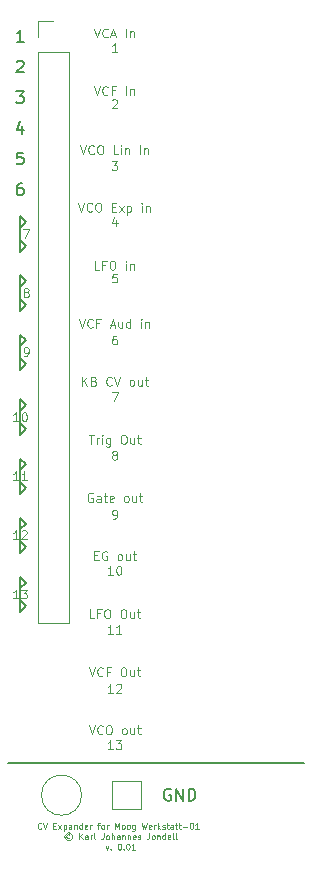
<source format=gbr>
%TF.GenerationSoftware,KiCad,Pcbnew,(5.1.6-0-10_14)*%
%TF.CreationDate,2020-08-23T22:04:21+02:00*%
%TF.ProjectId,cv_expander,63765f65-7870-4616-9e64-65722e6b6963,rev?*%
%TF.SameCoordinates,Original*%
%TF.FileFunction,Legend,Top*%
%TF.FilePolarity,Positive*%
%FSLAX46Y46*%
G04 Gerber Fmt 4.6, Leading zero omitted, Abs format (unit mm)*
G04 Created by KiCad (PCBNEW (5.1.6-0-10_14)) date 2020-08-23 22:04:21*
%MOMM*%
%LPD*%
G01*
G04 APERTURE LIST*
%ADD10C,0.150000*%
%ADD11C,0.125000*%
%ADD12C,0.120000*%
G04 APERTURE END LIST*
D10*
X132000000Y-144250000D02*
X157000000Y-144250000D01*
D11*
X140857142Y-143089285D02*
X140428571Y-143089285D01*
X140642857Y-143089285D02*
X140642857Y-142339285D01*
X140571428Y-142446428D01*
X140500000Y-142517857D01*
X140428571Y-142553571D01*
X141107142Y-142339285D02*
X141571428Y-142339285D01*
X141321428Y-142625000D01*
X141428571Y-142625000D01*
X141500000Y-142660714D01*
X141535714Y-142696428D01*
X141571428Y-142767857D01*
X141571428Y-142946428D01*
X141535714Y-143017857D01*
X141500000Y-143053571D01*
X141428571Y-143089285D01*
X141214285Y-143089285D01*
X141142857Y-143053571D01*
X141107142Y-143017857D01*
X140857142Y-138339285D02*
X140428571Y-138339285D01*
X140642857Y-138339285D02*
X140642857Y-137589285D01*
X140571428Y-137696428D01*
X140500000Y-137767857D01*
X140428571Y-137803571D01*
X141142857Y-137660714D02*
X141178571Y-137625000D01*
X141250000Y-137589285D01*
X141428571Y-137589285D01*
X141500000Y-137625000D01*
X141535714Y-137660714D01*
X141571428Y-137732142D01*
X141571428Y-137803571D01*
X141535714Y-137910714D01*
X141107142Y-138339285D01*
X141571428Y-138339285D01*
X140857142Y-133339285D02*
X140428571Y-133339285D01*
X140642857Y-133339285D02*
X140642857Y-132589285D01*
X140571428Y-132696428D01*
X140500000Y-132767857D01*
X140428571Y-132803571D01*
X141571428Y-133339285D02*
X141142857Y-133339285D01*
X141357142Y-133339285D02*
X141357142Y-132589285D01*
X141285714Y-132696428D01*
X141214285Y-132767857D01*
X141142857Y-132803571D01*
X140857142Y-128339285D02*
X140428571Y-128339285D01*
X140642857Y-128339285D02*
X140642857Y-127589285D01*
X140571428Y-127696428D01*
X140500000Y-127767857D01*
X140428571Y-127803571D01*
X141321428Y-127589285D02*
X141392857Y-127589285D01*
X141464285Y-127625000D01*
X141500000Y-127660714D01*
X141535714Y-127732142D01*
X141571428Y-127875000D01*
X141571428Y-128053571D01*
X141535714Y-128196428D01*
X141500000Y-128267857D01*
X141464285Y-128303571D01*
X141392857Y-128339285D01*
X141321428Y-128339285D01*
X141250000Y-128303571D01*
X141214285Y-128267857D01*
X141178571Y-128196428D01*
X141142857Y-128053571D01*
X141142857Y-127875000D01*
X141178571Y-127732142D01*
X141214285Y-127660714D01*
X141250000Y-127625000D01*
X141321428Y-127589285D01*
X140857142Y-123589285D02*
X141000000Y-123589285D01*
X141071428Y-123553571D01*
X141107142Y-123517857D01*
X141178571Y-123410714D01*
X141214285Y-123267857D01*
X141214285Y-122982142D01*
X141178571Y-122910714D01*
X141142857Y-122875000D01*
X141071428Y-122839285D01*
X140928571Y-122839285D01*
X140857142Y-122875000D01*
X140821428Y-122910714D01*
X140785714Y-122982142D01*
X140785714Y-123160714D01*
X140821428Y-123232142D01*
X140857142Y-123267857D01*
X140928571Y-123303571D01*
X141071428Y-123303571D01*
X141142857Y-123267857D01*
X141178571Y-123232142D01*
X141214285Y-123160714D01*
X140928571Y-118160714D02*
X140857142Y-118125000D01*
X140821428Y-118089285D01*
X140785714Y-118017857D01*
X140785714Y-117982142D01*
X140821428Y-117910714D01*
X140857142Y-117875000D01*
X140928571Y-117839285D01*
X141071428Y-117839285D01*
X141142857Y-117875000D01*
X141178571Y-117910714D01*
X141214285Y-117982142D01*
X141214285Y-118017857D01*
X141178571Y-118089285D01*
X141142857Y-118125000D01*
X141071428Y-118160714D01*
X140928571Y-118160714D01*
X140857142Y-118196428D01*
X140821428Y-118232142D01*
X140785714Y-118303571D01*
X140785714Y-118446428D01*
X140821428Y-118517857D01*
X140857142Y-118553571D01*
X140928571Y-118589285D01*
X141071428Y-118589285D01*
X141142857Y-118553571D01*
X141178571Y-118517857D01*
X141214285Y-118446428D01*
X141214285Y-118303571D01*
X141178571Y-118232142D01*
X141142857Y-118196428D01*
X141071428Y-118160714D01*
X140750000Y-112839285D02*
X141250000Y-112839285D01*
X140928571Y-113589285D01*
X141142857Y-108089285D02*
X141000000Y-108089285D01*
X140928571Y-108125000D01*
X140892857Y-108160714D01*
X140821428Y-108267857D01*
X140785714Y-108410714D01*
X140785714Y-108696428D01*
X140821428Y-108767857D01*
X140857142Y-108803571D01*
X140928571Y-108839285D01*
X141071428Y-108839285D01*
X141142857Y-108803571D01*
X141178571Y-108767857D01*
X141214285Y-108696428D01*
X141214285Y-108517857D01*
X141178571Y-108446428D01*
X141142857Y-108410714D01*
X141071428Y-108375000D01*
X140928571Y-108375000D01*
X140857142Y-108410714D01*
X140821428Y-108446428D01*
X140785714Y-108517857D01*
X141178571Y-102839285D02*
X140821428Y-102839285D01*
X140785714Y-103196428D01*
X140821428Y-103160714D01*
X140892857Y-103125000D01*
X141071428Y-103125000D01*
X141142857Y-103160714D01*
X141178571Y-103196428D01*
X141214285Y-103267857D01*
X141214285Y-103446428D01*
X141178571Y-103517857D01*
X141142857Y-103553571D01*
X141071428Y-103589285D01*
X140892857Y-103589285D01*
X140821428Y-103553571D01*
X140785714Y-103517857D01*
X141142857Y-98339285D02*
X141142857Y-98839285D01*
X140964285Y-98053571D02*
X140785714Y-98589285D01*
X141250000Y-98589285D01*
X140750000Y-93339285D02*
X141214285Y-93339285D01*
X140964285Y-93625000D01*
X141071428Y-93625000D01*
X141142857Y-93660714D01*
X141178571Y-93696428D01*
X141214285Y-93767857D01*
X141214285Y-93946428D01*
X141178571Y-94017857D01*
X141142857Y-94053571D01*
X141071428Y-94089285D01*
X140857142Y-94089285D01*
X140785714Y-94053571D01*
X140750000Y-94017857D01*
X140785714Y-88160714D02*
X140821428Y-88125000D01*
X140892857Y-88089285D01*
X141071428Y-88089285D01*
X141142857Y-88125000D01*
X141178571Y-88160714D01*
X141214285Y-88232142D01*
X141214285Y-88303571D01*
X141178571Y-88410714D01*
X140750000Y-88839285D01*
X141214285Y-88839285D01*
X141214285Y-84089285D02*
X140785714Y-84089285D01*
X141000000Y-84089285D02*
X141000000Y-83339285D01*
X140928571Y-83446428D01*
X140857142Y-83517857D01*
X140785714Y-83553571D01*
X132857142Y-130339285D02*
X132428571Y-130339285D01*
X132642857Y-130339285D02*
X132642857Y-129589285D01*
X132571428Y-129696428D01*
X132500000Y-129767857D01*
X132428571Y-129803571D01*
X133107142Y-129589285D02*
X133571428Y-129589285D01*
X133321428Y-129875000D01*
X133428571Y-129875000D01*
X133500000Y-129910714D01*
X133535714Y-129946428D01*
X133571428Y-130017857D01*
X133571428Y-130196428D01*
X133535714Y-130267857D01*
X133500000Y-130303571D01*
X133428571Y-130339285D01*
X133214285Y-130339285D01*
X133142857Y-130303571D01*
X133107142Y-130267857D01*
X132857142Y-125339285D02*
X132428571Y-125339285D01*
X132642857Y-125339285D02*
X132642857Y-124589285D01*
X132571428Y-124696428D01*
X132500000Y-124767857D01*
X132428571Y-124803571D01*
X133142857Y-124660714D02*
X133178571Y-124625000D01*
X133250000Y-124589285D01*
X133428571Y-124589285D01*
X133500000Y-124625000D01*
X133535714Y-124660714D01*
X133571428Y-124732142D01*
X133571428Y-124803571D01*
X133535714Y-124910714D01*
X133107142Y-125339285D01*
X133571428Y-125339285D01*
X132857142Y-120339285D02*
X132428571Y-120339285D01*
X132642857Y-120339285D02*
X132642857Y-119589285D01*
X132571428Y-119696428D01*
X132500000Y-119767857D01*
X132428571Y-119803571D01*
X133571428Y-120339285D02*
X133142857Y-120339285D01*
X133357142Y-120339285D02*
X133357142Y-119589285D01*
X133285714Y-119696428D01*
X133214285Y-119767857D01*
X133142857Y-119803571D01*
X132857142Y-115339285D02*
X132428571Y-115339285D01*
X132642857Y-115339285D02*
X132642857Y-114589285D01*
X132571428Y-114696428D01*
X132500000Y-114767857D01*
X132428571Y-114803571D01*
X133321428Y-114589285D02*
X133392857Y-114589285D01*
X133464285Y-114625000D01*
X133500000Y-114660714D01*
X133535714Y-114732142D01*
X133571428Y-114875000D01*
X133571428Y-115053571D01*
X133535714Y-115196428D01*
X133500000Y-115267857D01*
X133464285Y-115303571D01*
X133392857Y-115339285D01*
X133321428Y-115339285D01*
X133250000Y-115303571D01*
X133214285Y-115267857D01*
X133178571Y-115196428D01*
X133142857Y-115053571D01*
X133142857Y-114875000D01*
X133178571Y-114732142D01*
X133214285Y-114660714D01*
X133250000Y-114625000D01*
X133321428Y-114589285D01*
X133357142Y-109839285D02*
X133500000Y-109839285D01*
X133571428Y-109803571D01*
X133607142Y-109767857D01*
X133678571Y-109660714D01*
X133714285Y-109517857D01*
X133714285Y-109232142D01*
X133678571Y-109160714D01*
X133642857Y-109125000D01*
X133571428Y-109089285D01*
X133428571Y-109089285D01*
X133357142Y-109125000D01*
X133321428Y-109160714D01*
X133285714Y-109232142D01*
X133285714Y-109410714D01*
X133321428Y-109482142D01*
X133357142Y-109517857D01*
X133428571Y-109553571D01*
X133571428Y-109553571D01*
X133642857Y-109517857D01*
X133678571Y-109482142D01*
X133714285Y-109410714D01*
X133428571Y-104410714D02*
X133357142Y-104375000D01*
X133321428Y-104339285D01*
X133285714Y-104267857D01*
X133285714Y-104232142D01*
X133321428Y-104160714D01*
X133357142Y-104125000D01*
X133428571Y-104089285D01*
X133571428Y-104089285D01*
X133642857Y-104125000D01*
X133678571Y-104160714D01*
X133714285Y-104232142D01*
X133714285Y-104267857D01*
X133678571Y-104339285D01*
X133642857Y-104375000D01*
X133571428Y-104410714D01*
X133428571Y-104410714D01*
X133357142Y-104446428D01*
X133321428Y-104482142D01*
X133285714Y-104553571D01*
X133285714Y-104696428D01*
X133321428Y-104767857D01*
X133357142Y-104803571D01*
X133428571Y-104839285D01*
X133571428Y-104839285D01*
X133642857Y-104803571D01*
X133678571Y-104767857D01*
X133714285Y-104696428D01*
X133714285Y-104553571D01*
X133678571Y-104482142D01*
X133642857Y-104446428D01*
X133571428Y-104410714D01*
X133250000Y-99089285D02*
X133750000Y-99089285D01*
X133428571Y-99839285D01*
D10*
X133190476Y-95202380D02*
X133000000Y-95202380D01*
X132904761Y-95250000D01*
X132857142Y-95297619D01*
X132761904Y-95440476D01*
X132714285Y-95630952D01*
X132714285Y-96011904D01*
X132761904Y-96107142D01*
X132809523Y-96154761D01*
X132904761Y-96202380D01*
X133095238Y-96202380D01*
X133190476Y-96154761D01*
X133238095Y-96107142D01*
X133285714Y-96011904D01*
X133285714Y-95773809D01*
X133238095Y-95678571D01*
X133190476Y-95630952D01*
X133095238Y-95583333D01*
X132904761Y-95583333D01*
X132809523Y-95630952D01*
X132761904Y-95678571D01*
X132714285Y-95773809D01*
X133238095Y-92602380D02*
X132761904Y-92602380D01*
X132714285Y-93078571D01*
X132761904Y-93030952D01*
X132857142Y-92983333D01*
X133095238Y-92983333D01*
X133190476Y-93030952D01*
X133238095Y-93078571D01*
X133285714Y-93173809D01*
X133285714Y-93411904D01*
X133238095Y-93507142D01*
X133190476Y-93554761D01*
X133095238Y-93602380D01*
X132857142Y-93602380D01*
X132761904Y-93554761D01*
X132714285Y-93507142D01*
X133190476Y-90335714D02*
X133190476Y-91002380D01*
X132952380Y-89954761D02*
X132714285Y-90669047D01*
X133333333Y-90669047D01*
X132666666Y-87402380D02*
X133285714Y-87402380D01*
X132952380Y-87783333D01*
X133095238Y-87783333D01*
X133190476Y-87830952D01*
X133238095Y-87878571D01*
X133285714Y-87973809D01*
X133285714Y-88211904D01*
X133238095Y-88307142D01*
X133190476Y-88354761D01*
X133095238Y-88402380D01*
X132809523Y-88402380D01*
X132714285Y-88354761D01*
X132666666Y-88307142D01*
X132714285Y-84897619D02*
X132761904Y-84850000D01*
X132857142Y-84802380D01*
X133095238Y-84802380D01*
X133190476Y-84850000D01*
X133238095Y-84897619D01*
X133285714Y-84992857D01*
X133285714Y-85088095D01*
X133238095Y-85230952D01*
X132666666Y-85802380D01*
X133285714Y-85802380D01*
X133285714Y-83202380D02*
X132714285Y-83202380D01*
X133000000Y-83202380D02*
X133000000Y-82202380D01*
X132904761Y-82345238D01*
X132809523Y-82440476D01*
X132714285Y-82488095D01*
X133000000Y-99000000D02*
X133500000Y-98500000D01*
X133000000Y-100000000D02*
X133500000Y-100500000D01*
X133000000Y-101000000D02*
X133500000Y-100500000D01*
X133000000Y-101000000D02*
X133000000Y-98000000D01*
X133000000Y-98000000D02*
X133500000Y-98500000D01*
X133000000Y-104000000D02*
X133500000Y-103500000D01*
X133000000Y-105000000D02*
X133500000Y-105500000D01*
X133000000Y-106000000D02*
X133500000Y-105500000D01*
X133000000Y-106000000D02*
X133000000Y-103000000D01*
X133000000Y-103000000D02*
X133500000Y-103500000D01*
X133000000Y-109000000D02*
X133500000Y-108500000D01*
X133000000Y-110000000D02*
X133500000Y-110500000D01*
X133000000Y-111000000D02*
X133500000Y-110500000D01*
X133000000Y-111000000D02*
X133000000Y-108000000D01*
X133000000Y-108000000D02*
X133500000Y-108500000D01*
X133000000Y-114500000D02*
X133500000Y-114000000D01*
X133000000Y-115500000D02*
X133500000Y-116000000D01*
X133000000Y-116500000D02*
X133500000Y-116000000D01*
X133000000Y-116500000D02*
X133000000Y-113500000D01*
X133000000Y-113500000D02*
X133500000Y-114000000D01*
X133000000Y-119500000D02*
X133500000Y-119000000D01*
X133000000Y-120500000D02*
X133500000Y-121000000D01*
X133000000Y-121500000D02*
X133500000Y-121000000D01*
X133000000Y-121500000D02*
X133000000Y-118500000D01*
X133000000Y-118500000D02*
X133500000Y-119000000D01*
X133000000Y-124500000D02*
X133500000Y-124000000D01*
X133000000Y-125500000D02*
X133500000Y-126000000D01*
X133000000Y-126500000D02*
X133500000Y-126000000D01*
X133000000Y-126500000D02*
X133000000Y-123500000D01*
X133000000Y-123500000D02*
X133500000Y-124000000D01*
X133000000Y-130500000D02*
X133500000Y-131000000D01*
X133000000Y-131500000D02*
X133500000Y-131000000D01*
X133000000Y-129500000D02*
X133500000Y-129000000D01*
X133000000Y-128500000D02*
X133500000Y-129000000D01*
X133000000Y-131500000D02*
X133000000Y-128500000D01*
D11*
X134797619Y-149803571D02*
X134773809Y-149827380D01*
X134702380Y-149851190D01*
X134654761Y-149851190D01*
X134583333Y-149827380D01*
X134535714Y-149779761D01*
X134511904Y-149732142D01*
X134488095Y-149636904D01*
X134488095Y-149565476D01*
X134511904Y-149470238D01*
X134535714Y-149422619D01*
X134583333Y-149375000D01*
X134654761Y-149351190D01*
X134702380Y-149351190D01*
X134773809Y-149375000D01*
X134797619Y-149398809D01*
X134940476Y-149351190D02*
X135107142Y-149851190D01*
X135273809Y-149351190D01*
X135821428Y-149589285D02*
X135988095Y-149589285D01*
X136059523Y-149851190D02*
X135821428Y-149851190D01*
X135821428Y-149351190D01*
X136059523Y-149351190D01*
X136226190Y-149851190D02*
X136488095Y-149517857D01*
X136226190Y-149517857D02*
X136488095Y-149851190D01*
X136678571Y-149517857D02*
X136678571Y-150017857D01*
X136678571Y-149541666D02*
X136726190Y-149517857D01*
X136821428Y-149517857D01*
X136869047Y-149541666D01*
X136892857Y-149565476D01*
X136916666Y-149613095D01*
X136916666Y-149755952D01*
X136892857Y-149803571D01*
X136869047Y-149827380D01*
X136821428Y-149851190D01*
X136726190Y-149851190D01*
X136678571Y-149827380D01*
X137345238Y-149851190D02*
X137345238Y-149589285D01*
X137321428Y-149541666D01*
X137273809Y-149517857D01*
X137178571Y-149517857D01*
X137130952Y-149541666D01*
X137345238Y-149827380D02*
X137297619Y-149851190D01*
X137178571Y-149851190D01*
X137130952Y-149827380D01*
X137107142Y-149779761D01*
X137107142Y-149732142D01*
X137130952Y-149684523D01*
X137178571Y-149660714D01*
X137297619Y-149660714D01*
X137345238Y-149636904D01*
X137583333Y-149517857D02*
X137583333Y-149851190D01*
X137583333Y-149565476D02*
X137607142Y-149541666D01*
X137654761Y-149517857D01*
X137726190Y-149517857D01*
X137773809Y-149541666D01*
X137797619Y-149589285D01*
X137797619Y-149851190D01*
X138250000Y-149851190D02*
X138250000Y-149351190D01*
X138250000Y-149827380D02*
X138202380Y-149851190D01*
X138107142Y-149851190D01*
X138059523Y-149827380D01*
X138035714Y-149803571D01*
X138011904Y-149755952D01*
X138011904Y-149613095D01*
X138035714Y-149565476D01*
X138059523Y-149541666D01*
X138107142Y-149517857D01*
X138202380Y-149517857D01*
X138250000Y-149541666D01*
X138678571Y-149827380D02*
X138630952Y-149851190D01*
X138535714Y-149851190D01*
X138488095Y-149827380D01*
X138464285Y-149779761D01*
X138464285Y-149589285D01*
X138488095Y-149541666D01*
X138535714Y-149517857D01*
X138630952Y-149517857D01*
X138678571Y-149541666D01*
X138702380Y-149589285D01*
X138702380Y-149636904D01*
X138464285Y-149684523D01*
X138916666Y-149851190D02*
X138916666Y-149517857D01*
X138916666Y-149613095D02*
X138940476Y-149565476D01*
X138964285Y-149541666D01*
X139011904Y-149517857D01*
X139059523Y-149517857D01*
X139535714Y-149517857D02*
X139726190Y-149517857D01*
X139607142Y-149851190D02*
X139607142Y-149422619D01*
X139630952Y-149375000D01*
X139678571Y-149351190D01*
X139726190Y-149351190D01*
X139964285Y-149851190D02*
X139916666Y-149827380D01*
X139892857Y-149803571D01*
X139869047Y-149755952D01*
X139869047Y-149613095D01*
X139892857Y-149565476D01*
X139916666Y-149541666D01*
X139964285Y-149517857D01*
X140035714Y-149517857D01*
X140083333Y-149541666D01*
X140107142Y-149565476D01*
X140130952Y-149613095D01*
X140130952Y-149755952D01*
X140107142Y-149803571D01*
X140083333Y-149827380D01*
X140035714Y-149851190D01*
X139964285Y-149851190D01*
X140345238Y-149851190D02*
X140345238Y-149517857D01*
X140345238Y-149613095D02*
X140369047Y-149565476D01*
X140392857Y-149541666D01*
X140440476Y-149517857D01*
X140488095Y-149517857D01*
X141035714Y-149851190D02*
X141035714Y-149351190D01*
X141202380Y-149708333D01*
X141369047Y-149351190D01*
X141369047Y-149851190D01*
X141678571Y-149851190D02*
X141630952Y-149827380D01*
X141607142Y-149803571D01*
X141583333Y-149755952D01*
X141583333Y-149613095D01*
X141607142Y-149565476D01*
X141630952Y-149541666D01*
X141678571Y-149517857D01*
X141750000Y-149517857D01*
X141797619Y-149541666D01*
X141821428Y-149565476D01*
X141845238Y-149613095D01*
X141845238Y-149755952D01*
X141821428Y-149803571D01*
X141797619Y-149827380D01*
X141750000Y-149851190D01*
X141678571Y-149851190D01*
X142130952Y-149851190D02*
X142083333Y-149827380D01*
X142059523Y-149803571D01*
X142035714Y-149755952D01*
X142035714Y-149613095D01*
X142059523Y-149565476D01*
X142083333Y-149541666D01*
X142130952Y-149517857D01*
X142202380Y-149517857D01*
X142250000Y-149541666D01*
X142273809Y-149565476D01*
X142297619Y-149613095D01*
X142297619Y-149755952D01*
X142273809Y-149803571D01*
X142250000Y-149827380D01*
X142202380Y-149851190D01*
X142130952Y-149851190D01*
X142726190Y-149517857D02*
X142726190Y-149922619D01*
X142702380Y-149970238D01*
X142678571Y-149994047D01*
X142630952Y-150017857D01*
X142559523Y-150017857D01*
X142511904Y-149994047D01*
X142726190Y-149827380D02*
X142678571Y-149851190D01*
X142583333Y-149851190D01*
X142535714Y-149827380D01*
X142511904Y-149803571D01*
X142488095Y-149755952D01*
X142488095Y-149613095D01*
X142511904Y-149565476D01*
X142535714Y-149541666D01*
X142583333Y-149517857D01*
X142678571Y-149517857D01*
X142726190Y-149541666D01*
X143297619Y-149351190D02*
X143416666Y-149851190D01*
X143511904Y-149494047D01*
X143607142Y-149851190D01*
X143726190Y-149351190D01*
X144107142Y-149827380D02*
X144059523Y-149851190D01*
X143964285Y-149851190D01*
X143916666Y-149827380D01*
X143892857Y-149779761D01*
X143892857Y-149589285D01*
X143916666Y-149541666D01*
X143964285Y-149517857D01*
X144059523Y-149517857D01*
X144107142Y-149541666D01*
X144130952Y-149589285D01*
X144130952Y-149636904D01*
X143892857Y-149684523D01*
X144345238Y-149851190D02*
X144345238Y-149517857D01*
X144345238Y-149613095D02*
X144369047Y-149565476D01*
X144392857Y-149541666D01*
X144440476Y-149517857D01*
X144488095Y-149517857D01*
X144654761Y-149851190D02*
X144654761Y-149351190D01*
X144702380Y-149660714D02*
X144845238Y-149851190D01*
X144845238Y-149517857D02*
X144654761Y-149708333D01*
X145035714Y-149827380D02*
X145083333Y-149851190D01*
X145178571Y-149851190D01*
X145226190Y-149827380D01*
X145250000Y-149779761D01*
X145250000Y-149755952D01*
X145226190Y-149708333D01*
X145178571Y-149684523D01*
X145107142Y-149684523D01*
X145059523Y-149660714D01*
X145035714Y-149613095D01*
X145035714Y-149589285D01*
X145059523Y-149541666D01*
X145107142Y-149517857D01*
X145178571Y-149517857D01*
X145226190Y-149541666D01*
X145392857Y-149517857D02*
X145583333Y-149517857D01*
X145464285Y-149351190D02*
X145464285Y-149779761D01*
X145488095Y-149827380D01*
X145535714Y-149851190D01*
X145583333Y-149851190D01*
X145964285Y-149851190D02*
X145964285Y-149589285D01*
X145940476Y-149541666D01*
X145892857Y-149517857D01*
X145797619Y-149517857D01*
X145750000Y-149541666D01*
X145964285Y-149827380D02*
X145916666Y-149851190D01*
X145797619Y-149851190D01*
X145750000Y-149827380D01*
X145726190Y-149779761D01*
X145726190Y-149732142D01*
X145750000Y-149684523D01*
X145797619Y-149660714D01*
X145916666Y-149660714D01*
X145964285Y-149636904D01*
X146130952Y-149517857D02*
X146321428Y-149517857D01*
X146202380Y-149351190D02*
X146202380Y-149779761D01*
X146226190Y-149827380D01*
X146273809Y-149851190D01*
X146321428Y-149851190D01*
X146416666Y-149517857D02*
X146607142Y-149517857D01*
X146488095Y-149351190D02*
X146488095Y-149779761D01*
X146511904Y-149827380D01*
X146559523Y-149851190D01*
X146607142Y-149851190D01*
X146773809Y-149660714D02*
X147154761Y-149660714D01*
X147488095Y-149351190D02*
X147535714Y-149351190D01*
X147583333Y-149375000D01*
X147607142Y-149398809D01*
X147630952Y-149446428D01*
X147654761Y-149541666D01*
X147654761Y-149660714D01*
X147630952Y-149755952D01*
X147607142Y-149803571D01*
X147583333Y-149827380D01*
X147535714Y-149851190D01*
X147488095Y-149851190D01*
X147440476Y-149827380D01*
X147416666Y-149803571D01*
X147392857Y-149755952D01*
X147369047Y-149660714D01*
X147369047Y-149541666D01*
X147392857Y-149446428D01*
X147416666Y-149398809D01*
X147440476Y-149375000D01*
X147488095Y-149351190D01*
X148130952Y-149851190D02*
X147845238Y-149851190D01*
X147988095Y-149851190D02*
X147988095Y-149351190D01*
X147940476Y-149422619D01*
X147892857Y-149470238D01*
X147845238Y-149494047D01*
X137178571Y-150345238D02*
X137130952Y-150321428D01*
X137035714Y-150321428D01*
X136988095Y-150345238D01*
X136940476Y-150392857D01*
X136916666Y-150440476D01*
X136916666Y-150535714D01*
X136940476Y-150583333D01*
X136988095Y-150630952D01*
X137035714Y-150654761D01*
X137130952Y-150654761D01*
X137178571Y-150630952D01*
X137083333Y-150154761D02*
X136964285Y-150178571D01*
X136845238Y-150250000D01*
X136773809Y-150369047D01*
X136750000Y-150488095D01*
X136773809Y-150607142D01*
X136845238Y-150726190D01*
X136964285Y-150797619D01*
X137083333Y-150821428D01*
X137202380Y-150797619D01*
X137321428Y-150726190D01*
X137392857Y-150607142D01*
X137416666Y-150488095D01*
X137392857Y-150369047D01*
X137321428Y-150250000D01*
X137202380Y-150178571D01*
X137083333Y-150154761D01*
X138011904Y-150726190D02*
X138011904Y-150226190D01*
X138297619Y-150726190D02*
X138083333Y-150440476D01*
X138297619Y-150226190D02*
X138011904Y-150511904D01*
X138726190Y-150726190D02*
X138726190Y-150464285D01*
X138702380Y-150416666D01*
X138654761Y-150392857D01*
X138559523Y-150392857D01*
X138511904Y-150416666D01*
X138726190Y-150702380D02*
X138678571Y-150726190D01*
X138559523Y-150726190D01*
X138511904Y-150702380D01*
X138488095Y-150654761D01*
X138488095Y-150607142D01*
X138511904Y-150559523D01*
X138559523Y-150535714D01*
X138678571Y-150535714D01*
X138726190Y-150511904D01*
X138964285Y-150726190D02*
X138964285Y-150392857D01*
X138964285Y-150488095D02*
X138988095Y-150440476D01*
X139011904Y-150416666D01*
X139059523Y-150392857D01*
X139107142Y-150392857D01*
X139345238Y-150726190D02*
X139297619Y-150702380D01*
X139273809Y-150654761D01*
X139273809Y-150226190D01*
X140059523Y-150226190D02*
X140059523Y-150583333D01*
X140035714Y-150654761D01*
X139988095Y-150702380D01*
X139916666Y-150726190D01*
X139869047Y-150726190D01*
X140369047Y-150726190D02*
X140321428Y-150702380D01*
X140297619Y-150678571D01*
X140273809Y-150630952D01*
X140273809Y-150488095D01*
X140297619Y-150440476D01*
X140321428Y-150416666D01*
X140369047Y-150392857D01*
X140440476Y-150392857D01*
X140488095Y-150416666D01*
X140511904Y-150440476D01*
X140535714Y-150488095D01*
X140535714Y-150630952D01*
X140511904Y-150678571D01*
X140488095Y-150702380D01*
X140440476Y-150726190D01*
X140369047Y-150726190D01*
X140750000Y-150726190D02*
X140750000Y-150226190D01*
X140964285Y-150726190D02*
X140964285Y-150464285D01*
X140940476Y-150416666D01*
X140892857Y-150392857D01*
X140821428Y-150392857D01*
X140773809Y-150416666D01*
X140750000Y-150440476D01*
X141416666Y-150726190D02*
X141416666Y-150464285D01*
X141392857Y-150416666D01*
X141345238Y-150392857D01*
X141250000Y-150392857D01*
X141202380Y-150416666D01*
X141416666Y-150702380D02*
X141369047Y-150726190D01*
X141250000Y-150726190D01*
X141202380Y-150702380D01*
X141178571Y-150654761D01*
X141178571Y-150607142D01*
X141202380Y-150559523D01*
X141250000Y-150535714D01*
X141369047Y-150535714D01*
X141416666Y-150511904D01*
X141654761Y-150392857D02*
X141654761Y-150726190D01*
X141654761Y-150440476D02*
X141678571Y-150416666D01*
X141726190Y-150392857D01*
X141797619Y-150392857D01*
X141845238Y-150416666D01*
X141869047Y-150464285D01*
X141869047Y-150726190D01*
X142107142Y-150392857D02*
X142107142Y-150726190D01*
X142107142Y-150440476D02*
X142130952Y-150416666D01*
X142178571Y-150392857D01*
X142250000Y-150392857D01*
X142297619Y-150416666D01*
X142321428Y-150464285D01*
X142321428Y-150726190D01*
X142750000Y-150702380D02*
X142702380Y-150726190D01*
X142607142Y-150726190D01*
X142559523Y-150702380D01*
X142535714Y-150654761D01*
X142535714Y-150464285D01*
X142559523Y-150416666D01*
X142607142Y-150392857D01*
X142702380Y-150392857D01*
X142750000Y-150416666D01*
X142773809Y-150464285D01*
X142773809Y-150511904D01*
X142535714Y-150559523D01*
X142964285Y-150702380D02*
X143011904Y-150726190D01*
X143107142Y-150726190D01*
X143154761Y-150702380D01*
X143178571Y-150654761D01*
X143178571Y-150630952D01*
X143154761Y-150583333D01*
X143107142Y-150559523D01*
X143035714Y-150559523D01*
X142988095Y-150535714D01*
X142964285Y-150488095D01*
X142964285Y-150464285D01*
X142988095Y-150416666D01*
X143035714Y-150392857D01*
X143107142Y-150392857D01*
X143154761Y-150416666D01*
X143916666Y-150226190D02*
X143916666Y-150583333D01*
X143892857Y-150654761D01*
X143845238Y-150702380D01*
X143773809Y-150726190D01*
X143726190Y-150726190D01*
X144226190Y-150726190D02*
X144178571Y-150702380D01*
X144154761Y-150678571D01*
X144130952Y-150630952D01*
X144130952Y-150488095D01*
X144154761Y-150440476D01*
X144178571Y-150416666D01*
X144226190Y-150392857D01*
X144297619Y-150392857D01*
X144345238Y-150416666D01*
X144369047Y-150440476D01*
X144392857Y-150488095D01*
X144392857Y-150630952D01*
X144369047Y-150678571D01*
X144345238Y-150702380D01*
X144297619Y-150726190D01*
X144226190Y-150726190D01*
X144607142Y-150392857D02*
X144607142Y-150726190D01*
X144607142Y-150440476D02*
X144630952Y-150416666D01*
X144678571Y-150392857D01*
X144750000Y-150392857D01*
X144797619Y-150416666D01*
X144821428Y-150464285D01*
X144821428Y-150726190D01*
X145273809Y-150726190D02*
X145273809Y-150226190D01*
X145273809Y-150702380D02*
X145226190Y-150726190D01*
X145130952Y-150726190D01*
X145083333Y-150702380D01*
X145059523Y-150678571D01*
X145035714Y-150630952D01*
X145035714Y-150488095D01*
X145059523Y-150440476D01*
X145083333Y-150416666D01*
X145130952Y-150392857D01*
X145226190Y-150392857D01*
X145273809Y-150416666D01*
X145702380Y-150702380D02*
X145654761Y-150726190D01*
X145559523Y-150726190D01*
X145511904Y-150702380D01*
X145488095Y-150654761D01*
X145488095Y-150464285D01*
X145511904Y-150416666D01*
X145559523Y-150392857D01*
X145654761Y-150392857D01*
X145702380Y-150416666D01*
X145726190Y-150464285D01*
X145726190Y-150511904D01*
X145488095Y-150559523D01*
X146011904Y-150726190D02*
X145964285Y-150702380D01*
X145940476Y-150654761D01*
X145940476Y-150226190D01*
X146273809Y-150726190D02*
X146226190Y-150702380D01*
X146202380Y-150654761D01*
X146202380Y-150226190D01*
X140238095Y-151267857D02*
X140357142Y-151601190D01*
X140476190Y-151267857D01*
X140666666Y-151553571D02*
X140690476Y-151577380D01*
X140666666Y-151601190D01*
X140642857Y-151577380D01*
X140666666Y-151553571D01*
X140666666Y-151601190D01*
X141380952Y-151101190D02*
X141428571Y-151101190D01*
X141476190Y-151125000D01*
X141500000Y-151148809D01*
X141523809Y-151196428D01*
X141547619Y-151291666D01*
X141547619Y-151410714D01*
X141523809Y-151505952D01*
X141500000Y-151553571D01*
X141476190Y-151577380D01*
X141428571Y-151601190D01*
X141380952Y-151601190D01*
X141333333Y-151577380D01*
X141309523Y-151553571D01*
X141285714Y-151505952D01*
X141261904Y-151410714D01*
X141261904Y-151291666D01*
X141285714Y-151196428D01*
X141309523Y-151148809D01*
X141333333Y-151125000D01*
X141380952Y-151101190D01*
X141761904Y-151553571D02*
X141785714Y-151577380D01*
X141761904Y-151601190D01*
X141738095Y-151577380D01*
X141761904Y-151553571D01*
X141761904Y-151601190D01*
X142095238Y-151101190D02*
X142142857Y-151101190D01*
X142190476Y-151125000D01*
X142214285Y-151148809D01*
X142238095Y-151196428D01*
X142261904Y-151291666D01*
X142261904Y-151410714D01*
X142238095Y-151505952D01*
X142214285Y-151553571D01*
X142190476Y-151577380D01*
X142142857Y-151601190D01*
X142095238Y-151601190D01*
X142047619Y-151577380D01*
X142023809Y-151553571D01*
X142000000Y-151505952D01*
X141976190Y-151410714D01*
X141976190Y-151291666D01*
X142000000Y-151196428D01*
X142023809Y-151148809D01*
X142047619Y-151125000D01*
X142095238Y-151101190D01*
X142738095Y-151601190D02*
X142452380Y-151601190D01*
X142595238Y-151601190D02*
X142595238Y-151101190D01*
X142547619Y-151172619D01*
X142500000Y-151220238D01*
X142452380Y-151244047D01*
D12*
%TO.C,TP2*%
X140800000Y-145800000D02*
X143200000Y-145800000D01*
X143200000Y-145800000D02*
X143200000Y-148200000D01*
X143200000Y-148200000D02*
X140800000Y-148200000D01*
X140800000Y-148200000D02*
X140800000Y-145800000D01*
%TO.C,GND*%
X138200000Y-147000000D02*
G75*
G03*
X138200000Y-147000000I-1700000J0D01*
G01*
%TO.C,J1*%
X134482000Y-81474000D02*
X135812000Y-81474000D01*
X134482000Y-82804000D02*
X134482000Y-81474000D01*
X134482000Y-84074000D02*
X137142000Y-84074000D01*
X137142000Y-84074000D02*
X137142000Y-132394000D01*
X134482000Y-84074000D02*
X134482000Y-132394000D01*
X134482000Y-132394000D02*
X137142000Y-132394000D01*
%TO.C,J7*%
X137964285Y-106672615D02*
X138214285Y-107422615D01*
X138464285Y-106672615D01*
X139142857Y-107351187D02*
X139107142Y-107386901D01*
X139000000Y-107422615D01*
X138928571Y-107422615D01*
X138821428Y-107386901D01*
X138750000Y-107315472D01*
X138714285Y-107244044D01*
X138678571Y-107101187D01*
X138678571Y-106994044D01*
X138714285Y-106851187D01*
X138750000Y-106779758D01*
X138821428Y-106708330D01*
X138928571Y-106672615D01*
X139000000Y-106672615D01*
X139107142Y-106708330D01*
X139142857Y-106744044D01*
X139714285Y-107029758D02*
X139464285Y-107029758D01*
X139464285Y-107422615D02*
X139464285Y-106672615D01*
X139821428Y-106672615D01*
X140642857Y-107208330D02*
X141000000Y-107208330D01*
X140571428Y-107422615D02*
X140821428Y-106672615D01*
X141071428Y-107422615D01*
X141642857Y-106922615D02*
X141642857Y-107422615D01*
X141321428Y-106922615D02*
X141321428Y-107315472D01*
X141357142Y-107386901D01*
X141428571Y-107422615D01*
X141535714Y-107422615D01*
X141607142Y-107386901D01*
X141642857Y-107351187D01*
X142321428Y-107422615D02*
X142321428Y-106672615D01*
X142321428Y-107386901D02*
X142250000Y-107422615D01*
X142107142Y-107422615D01*
X142035714Y-107386901D01*
X142000000Y-107351187D01*
X141964285Y-107279758D01*
X141964285Y-107065472D01*
X142000000Y-106994044D01*
X142035714Y-106958330D01*
X142107142Y-106922615D01*
X142250000Y-106922615D01*
X142321428Y-106958330D01*
X143250000Y-107422615D02*
X143250000Y-106922615D01*
X143250000Y-106672615D02*
X143214285Y-106708330D01*
X143250000Y-106744044D01*
X143285714Y-106708330D01*
X143250000Y-106672615D01*
X143250000Y-106744044D01*
X143607142Y-106922615D02*
X143607142Y-107422615D01*
X143607142Y-106994044D02*
X143642857Y-106958330D01*
X143714285Y-106922615D01*
X143821428Y-106922615D01*
X143892857Y-106958330D01*
X143928571Y-107029758D01*
X143928571Y-107422615D01*
%TO.C,J6*%
X139714285Y-102505949D02*
X139357142Y-102505949D01*
X139357142Y-101755949D01*
X140214285Y-102113092D02*
X139964285Y-102113092D01*
X139964285Y-102505949D02*
X139964285Y-101755949D01*
X140321428Y-101755949D01*
X140750000Y-101755949D02*
X140892857Y-101755949D01*
X140964285Y-101791664D01*
X141035714Y-101863092D01*
X141071428Y-102005949D01*
X141071428Y-102255949D01*
X141035714Y-102398806D01*
X140964285Y-102470235D01*
X140892857Y-102505949D01*
X140750000Y-102505949D01*
X140678571Y-102470235D01*
X140607142Y-102398806D01*
X140571428Y-102255949D01*
X140571428Y-102005949D01*
X140607142Y-101863092D01*
X140678571Y-101791664D01*
X140750000Y-101755949D01*
X141964285Y-102505949D02*
X141964285Y-102005949D01*
X141964285Y-101755949D02*
X141928571Y-101791664D01*
X141964285Y-101827378D01*
X142000000Y-101791664D01*
X141964285Y-101755949D01*
X141964285Y-101827378D01*
X142321428Y-102005949D02*
X142321428Y-102505949D01*
X142321428Y-102077378D02*
X142357142Y-102041664D01*
X142428571Y-102005949D01*
X142535714Y-102005949D01*
X142607142Y-102041664D01*
X142642857Y-102113092D01*
X142642857Y-102505949D01*
%TO.C,J5*%
X137910714Y-96839283D02*
X138160714Y-97589283D01*
X138410714Y-96839283D01*
X139089285Y-97517855D02*
X139053571Y-97553569D01*
X138946428Y-97589283D01*
X138875000Y-97589283D01*
X138767857Y-97553569D01*
X138696428Y-97482140D01*
X138660714Y-97410712D01*
X138625000Y-97267855D01*
X138625000Y-97160712D01*
X138660714Y-97017855D01*
X138696428Y-96946426D01*
X138767857Y-96874998D01*
X138875000Y-96839283D01*
X138946428Y-96839283D01*
X139053571Y-96874998D01*
X139089285Y-96910712D01*
X139553571Y-96839283D02*
X139696428Y-96839283D01*
X139767857Y-96874998D01*
X139839285Y-96946426D01*
X139875000Y-97089283D01*
X139875000Y-97339283D01*
X139839285Y-97482140D01*
X139767857Y-97553569D01*
X139696428Y-97589283D01*
X139553571Y-97589283D01*
X139482142Y-97553569D01*
X139410714Y-97482140D01*
X139375000Y-97339283D01*
X139375000Y-97089283D01*
X139410714Y-96946426D01*
X139482142Y-96874998D01*
X139553571Y-96839283D01*
X140767857Y-97196426D02*
X141017857Y-97196426D01*
X141125000Y-97589283D02*
X140767857Y-97589283D01*
X140767857Y-96839283D01*
X141125000Y-96839283D01*
X141375000Y-97589283D02*
X141767857Y-97089283D01*
X141375000Y-97089283D02*
X141767857Y-97589283D01*
X142053571Y-97089283D02*
X142053571Y-97839283D01*
X142053571Y-97124998D02*
X142125000Y-97089283D01*
X142267857Y-97089283D01*
X142339285Y-97124998D01*
X142375000Y-97160712D01*
X142410714Y-97232140D01*
X142410714Y-97446426D01*
X142375000Y-97517855D01*
X142339285Y-97553569D01*
X142267857Y-97589283D01*
X142125000Y-97589283D01*
X142053571Y-97553569D01*
X143303571Y-97589283D02*
X143303571Y-97089283D01*
X143303571Y-96839283D02*
X143267857Y-96874998D01*
X143303571Y-96910712D01*
X143339285Y-96874998D01*
X143303571Y-96839283D01*
X143303571Y-96910712D01*
X143660714Y-97089283D02*
X143660714Y-97589283D01*
X143660714Y-97160712D02*
X143696428Y-97124998D01*
X143767857Y-97089283D01*
X143875000Y-97089283D01*
X143946428Y-97124998D01*
X143982142Y-97196426D01*
X143982142Y-97589283D01*
%TO.C,J4*%
X138071428Y-91964284D02*
X138321428Y-92714284D01*
X138571428Y-91964284D01*
X139250000Y-92642856D02*
X139214285Y-92678570D01*
X139107142Y-92714284D01*
X139035714Y-92714284D01*
X138928571Y-92678570D01*
X138857142Y-92607141D01*
X138821428Y-92535713D01*
X138785714Y-92392856D01*
X138785714Y-92285713D01*
X138821428Y-92142856D01*
X138857142Y-92071427D01*
X138928571Y-91999999D01*
X139035714Y-91964284D01*
X139107142Y-91964284D01*
X139214285Y-91999999D01*
X139250000Y-92035713D01*
X139714285Y-91964284D02*
X139857142Y-91964284D01*
X139928571Y-91999999D01*
X140000000Y-92071427D01*
X140035714Y-92214284D01*
X140035714Y-92464284D01*
X140000000Y-92607141D01*
X139928571Y-92678570D01*
X139857142Y-92714284D01*
X139714285Y-92714284D01*
X139642857Y-92678570D01*
X139571428Y-92607141D01*
X139535714Y-92464284D01*
X139535714Y-92214284D01*
X139571428Y-92071427D01*
X139642857Y-91999999D01*
X139714285Y-91964284D01*
X141285714Y-92714284D02*
X140928571Y-92714284D01*
X140928571Y-91964284D01*
X141535714Y-92714284D02*
X141535714Y-92214284D01*
X141535714Y-91964284D02*
X141500000Y-91999999D01*
X141535714Y-92035713D01*
X141571428Y-91999999D01*
X141535714Y-91964284D01*
X141535714Y-92035713D01*
X141892857Y-92214284D02*
X141892857Y-92714284D01*
X141892857Y-92285713D02*
X141928571Y-92249999D01*
X142000000Y-92214284D01*
X142107142Y-92214284D01*
X142178571Y-92249999D01*
X142214285Y-92321427D01*
X142214285Y-92714284D01*
X143142857Y-92714284D02*
X143142857Y-91964284D01*
X143500000Y-92214284D02*
X143500000Y-92714284D01*
X143500000Y-92285713D02*
X143535714Y-92249999D01*
X143607142Y-92214284D01*
X143714285Y-92214284D01*
X143785714Y-92249999D01*
X143821428Y-92321427D01*
X143821428Y-92714284D01*
%TO.C,J3*%
X139250000Y-86964284D02*
X139500000Y-87714284D01*
X139750000Y-86964284D01*
X140428571Y-87642856D02*
X140392857Y-87678570D01*
X140285714Y-87714284D01*
X140214285Y-87714284D01*
X140107142Y-87678570D01*
X140035714Y-87607141D01*
X140000000Y-87535713D01*
X139964285Y-87392856D01*
X139964285Y-87285713D01*
X140000000Y-87142856D01*
X140035714Y-87071427D01*
X140107142Y-86999999D01*
X140214285Y-86964284D01*
X140285714Y-86964284D01*
X140392857Y-86999999D01*
X140428571Y-87035713D01*
X141000000Y-87321427D02*
X140750000Y-87321427D01*
X140750000Y-87714284D02*
X140750000Y-86964284D01*
X141107142Y-86964284D01*
X141964285Y-87714284D02*
X141964285Y-86964284D01*
X142321428Y-87214284D02*
X142321428Y-87714284D01*
X142321428Y-87285713D02*
X142357142Y-87249999D01*
X142428571Y-87214284D01*
X142535714Y-87214284D01*
X142607142Y-87249999D01*
X142642857Y-87321427D01*
X142642857Y-87714284D01*
%TO.C,J2*%
X139250000Y-82089285D02*
X139500000Y-82839285D01*
X139750000Y-82089285D01*
X140428571Y-82767857D02*
X140392857Y-82803571D01*
X140285714Y-82839285D01*
X140214285Y-82839285D01*
X140107142Y-82803571D01*
X140035714Y-82732142D01*
X140000000Y-82660714D01*
X139964285Y-82517857D01*
X139964285Y-82410714D01*
X140000000Y-82267857D01*
X140035714Y-82196428D01*
X140107142Y-82125000D01*
X140214285Y-82089285D01*
X140285714Y-82089285D01*
X140392857Y-82125000D01*
X140428571Y-82160714D01*
X140714285Y-82625000D02*
X141071428Y-82625000D01*
X140642857Y-82839285D02*
X140892857Y-82089285D01*
X141142857Y-82839285D01*
X141964285Y-82839285D02*
X141964285Y-82089285D01*
X142321428Y-82339285D02*
X142321428Y-82839285D01*
X142321428Y-82410714D02*
X142357142Y-82375000D01*
X142428571Y-82339285D01*
X142535714Y-82339285D01*
X142607142Y-82375000D01*
X142642857Y-82446428D01*
X142642857Y-82839285D01*
%TO.C,J14*%
X138803571Y-141089285D02*
X139053571Y-141839285D01*
X139303571Y-141089285D01*
X139982142Y-141767857D02*
X139946428Y-141803571D01*
X139839285Y-141839285D01*
X139767857Y-141839285D01*
X139660714Y-141803571D01*
X139589285Y-141732142D01*
X139553571Y-141660714D01*
X139517857Y-141517857D01*
X139517857Y-141410714D01*
X139553571Y-141267857D01*
X139589285Y-141196428D01*
X139660714Y-141125000D01*
X139767857Y-141089285D01*
X139839285Y-141089285D01*
X139946428Y-141125000D01*
X139982142Y-141160714D01*
X140446428Y-141089285D02*
X140589285Y-141089285D01*
X140660714Y-141125000D01*
X140732142Y-141196428D01*
X140767857Y-141339285D01*
X140767857Y-141589285D01*
X140732142Y-141732142D01*
X140660714Y-141803571D01*
X140589285Y-141839285D01*
X140446428Y-141839285D01*
X140375000Y-141803571D01*
X140303571Y-141732142D01*
X140267857Y-141589285D01*
X140267857Y-141339285D01*
X140303571Y-141196428D01*
X140375000Y-141125000D01*
X140446428Y-141089285D01*
X141767857Y-141839285D02*
X141696428Y-141803571D01*
X141660714Y-141767857D01*
X141625000Y-141696428D01*
X141625000Y-141482142D01*
X141660714Y-141410714D01*
X141696428Y-141375000D01*
X141767857Y-141339285D01*
X141875000Y-141339285D01*
X141946428Y-141375000D01*
X141982142Y-141410714D01*
X142017857Y-141482142D01*
X142017857Y-141696428D01*
X141982142Y-141767857D01*
X141946428Y-141803571D01*
X141875000Y-141839285D01*
X141767857Y-141839285D01*
X142660714Y-141339285D02*
X142660714Y-141839285D01*
X142339285Y-141339285D02*
X142339285Y-141732142D01*
X142375000Y-141803571D01*
X142446428Y-141839285D01*
X142553571Y-141839285D01*
X142625000Y-141803571D01*
X142660714Y-141767857D01*
X142910714Y-141339285D02*
X143196428Y-141339285D01*
X143017857Y-141089285D02*
X143017857Y-141732142D01*
X143053571Y-141803571D01*
X143125000Y-141839285D01*
X143196428Y-141839285D01*
%TO.C,J13*%
X138821428Y-136172611D02*
X139071428Y-136922611D01*
X139321428Y-136172611D01*
X140000000Y-136851183D02*
X139964285Y-136886897D01*
X139857142Y-136922611D01*
X139785714Y-136922611D01*
X139678571Y-136886897D01*
X139607142Y-136815468D01*
X139571428Y-136744040D01*
X139535714Y-136601183D01*
X139535714Y-136494040D01*
X139571428Y-136351183D01*
X139607142Y-136279754D01*
X139678571Y-136208326D01*
X139785714Y-136172611D01*
X139857142Y-136172611D01*
X139964285Y-136208326D01*
X140000000Y-136244040D01*
X140571428Y-136529754D02*
X140321428Y-136529754D01*
X140321428Y-136922611D02*
X140321428Y-136172611D01*
X140678571Y-136172611D01*
X141678571Y-136172611D02*
X141821428Y-136172611D01*
X141892857Y-136208326D01*
X141964285Y-136279754D01*
X142000000Y-136422611D01*
X142000000Y-136672611D01*
X141964285Y-136815468D01*
X141892857Y-136886897D01*
X141821428Y-136922611D01*
X141678571Y-136922611D01*
X141607142Y-136886897D01*
X141535714Y-136815468D01*
X141500000Y-136672611D01*
X141500000Y-136422611D01*
X141535714Y-136279754D01*
X141607142Y-136208326D01*
X141678571Y-136172611D01*
X142642857Y-136422611D02*
X142642857Y-136922611D01*
X142321428Y-136422611D02*
X142321428Y-136815468D01*
X142357142Y-136886897D01*
X142428571Y-136922611D01*
X142535714Y-136922611D01*
X142607142Y-136886897D01*
X142642857Y-136851183D01*
X142892857Y-136422611D02*
X143178571Y-136422611D01*
X143000000Y-136172611D02*
X143000000Y-136815468D01*
X143035714Y-136886897D01*
X143107142Y-136922611D01*
X143178571Y-136922611D01*
%TO.C,J12*%
X139285714Y-132005945D02*
X138928571Y-132005945D01*
X138928571Y-131255945D01*
X139785714Y-131613088D02*
X139535714Y-131613088D01*
X139535714Y-132005945D02*
X139535714Y-131255945D01*
X139892857Y-131255945D01*
X140321428Y-131255945D02*
X140464285Y-131255945D01*
X140535714Y-131291660D01*
X140607142Y-131363088D01*
X140642857Y-131505945D01*
X140642857Y-131755945D01*
X140607142Y-131898802D01*
X140535714Y-131970231D01*
X140464285Y-132005945D01*
X140321428Y-132005945D01*
X140250000Y-131970231D01*
X140178571Y-131898802D01*
X140142857Y-131755945D01*
X140142857Y-131505945D01*
X140178571Y-131363088D01*
X140250000Y-131291660D01*
X140321428Y-131255945D01*
X141678571Y-131255945D02*
X141821428Y-131255945D01*
X141892857Y-131291660D01*
X141964285Y-131363088D01*
X142000000Y-131505945D01*
X142000000Y-131755945D01*
X141964285Y-131898802D01*
X141892857Y-131970231D01*
X141821428Y-132005945D01*
X141678571Y-132005945D01*
X141607142Y-131970231D01*
X141535714Y-131898802D01*
X141500000Y-131755945D01*
X141500000Y-131505945D01*
X141535714Y-131363088D01*
X141607142Y-131291660D01*
X141678571Y-131255945D01*
X142642857Y-131505945D02*
X142642857Y-132005945D01*
X142321428Y-131505945D02*
X142321428Y-131898802D01*
X142357142Y-131970231D01*
X142428571Y-132005945D01*
X142535714Y-132005945D01*
X142607142Y-131970231D01*
X142642857Y-131934517D01*
X142892857Y-131505945D02*
X143178571Y-131505945D01*
X143000000Y-131255945D02*
X143000000Y-131898802D01*
X143035714Y-131970231D01*
X143107142Y-132005945D01*
X143178571Y-132005945D01*
%TO.C,J11*%
X139285714Y-126696422D02*
X139535714Y-126696422D01*
X139642857Y-127089279D02*
X139285714Y-127089279D01*
X139285714Y-126339279D01*
X139642857Y-126339279D01*
X140357142Y-126374994D02*
X140285714Y-126339279D01*
X140178571Y-126339279D01*
X140071428Y-126374994D01*
X140000000Y-126446422D01*
X139964285Y-126517851D01*
X139928571Y-126660708D01*
X139928571Y-126767851D01*
X139964285Y-126910708D01*
X140000000Y-126982136D01*
X140071428Y-127053565D01*
X140178571Y-127089279D01*
X140250000Y-127089279D01*
X140357142Y-127053565D01*
X140392857Y-127017851D01*
X140392857Y-126767851D01*
X140250000Y-126767851D01*
X141392857Y-127089279D02*
X141321428Y-127053565D01*
X141285714Y-127017851D01*
X141250000Y-126946422D01*
X141250000Y-126732136D01*
X141285714Y-126660708D01*
X141321428Y-126624994D01*
X141392857Y-126589279D01*
X141500000Y-126589279D01*
X141571428Y-126624994D01*
X141607142Y-126660708D01*
X141642857Y-126732136D01*
X141642857Y-126946422D01*
X141607142Y-127017851D01*
X141571428Y-127053565D01*
X141500000Y-127089279D01*
X141392857Y-127089279D01*
X142285714Y-126589279D02*
X142285714Y-127089279D01*
X141964285Y-126589279D02*
X141964285Y-126982136D01*
X142000000Y-127053565D01*
X142071428Y-127089279D01*
X142178571Y-127089279D01*
X142250000Y-127053565D01*
X142285714Y-127017851D01*
X142535714Y-126589279D02*
X142821428Y-126589279D01*
X142642857Y-126339279D02*
X142642857Y-126982136D01*
X142678571Y-127053565D01*
X142750000Y-127089279D01*
X142821428Y-127089279D01*
%TO.C,J10*%
X139142857Y-121458328D02*
X139071428Y-121422613D01*
X138964285Y-121422613D01*
X138857142Y-121458328D01*
X138785714Y-121529756D01*
X138750000Y-121601185D01*
X138714285Y-121744042D01*
X138714285Y-121851185D01*
X138750000Y-121994042D01*
X138785714Y-122065470D01*
X138857142Y-122136899D01*
X138964285Y-122172613D01*
X139035714Y-122172613D01*
X139142857Y-122136899D01*
X139178571Y-122101185D01*
X139178571Y-121851185D01*
X139035714Y-121851185D01*
X139821428Y-122172613D02*
X139821428Y-121779756D01*
X139785714Y-121708328D01*
X139714285Y-121672613D01*
X139571428Y-121672613D01*
X139500000Y-121708328D01*
X139821428Y-122136899D02*
X139750000Y-122172613D01*
X139571428Y-122172613D01*
X139500000Y-122136899D01*
X139464285Y-122065470D01*
X139464285Y-121994042D01*
X139500000Y-121922613D01*
X139571428Y-121886899D01*
X139750000Y-121886899D01*
X139821428Y-121851185D01*
X140071428Y-121672613D02*
X140357142Y-121672613D01*
X140178571Y-121422613D02*
X140178571Y-122065470D01*
X140214285Y-122136899D01*
X140285714Y-122172613D01*
X140357142Y-122172613D01*
X140892857Y-122136899D02*
X140821428Y-122172613D01*
X140678571Y-122172613D01*
X140607142Y-122136899D01*
X140571428Y-122065470D01*
X140571428Y-121779756D01*
X140607142Y-121708328D01*
X140678571Y-121672613D01*
X140821428Y-121672613D01*
X140892857Y-121708328D01*
X140928571Y-121779756D01*
X140928571Y-121851185D01*
X140571428Y-121922613D01*
X141928571Y-122172613D02*
X141857142Y-122136899D01*
X141821428Y-122101185D01*
X141785714Y-122029756D01*
X141785714Y-121815470D01*
X141821428Y-121744042D01*
X141857142Y-121708328D01*
X141928571Y-121672613D01*
X142035714Y-121672613D01*
X142107142Y-121708328D01*
X142142857Y-121744042D01*
X142178571Y-121815470D01*
X142178571Y-122029756D01*
X142142857Y-122101185D01*
X142107142Y-122136899D01*
X142035714Y-122172613D01*
X141928571Y-122172613D01*
X142821428Y-121672613D02*
X142821428Y-122172613D01*
X142500000Y-121672613D02*
X142500000Y-122065470D01*
X142535714Y-122136899D01*
X142607142Y-122172613D01*
X142714285Y-122172613D01*
X142785714Y-122136899D01*
X142821428Y-122101185D01*
X143071428Y-121672613D02*
X143357142Y-121672613D01*
X143178571Y-121422613D02*
X143178571Y-122065470D01*
X143214285Y-122136899D01*
X143285714Y-122172613D01*
X143357142Y-122172613D01*
%TO.C,J9*%
X138803571Y-116505947D02*
X139232142Y-116505947D01*
X139017857Y-117255947D02*
X139017857Y-116505947D01*
X139482142Y-117255947D02*
X139482142Y-116755947D01*
X139482142Y-116898804D02*
X139517857Y-116827376D01*
X139553571Y-116791662D01*
X139625000Y-116755947D01*
X139696428Y-116755947D01*
X139946428Y-117255947D02*
X139946428Y-116755947D01*
X139946428Y-116505947D02*
X139910714Y-116541662D01*
X139946428Y-116577376D01*
X139982142Y-116541662D01*
X139946428Y-116505947D01*
X139946428Y-116577376D01*
X140625000Y-116755947D02*
X140625000Y-117363090D01*
X140589285Y-117434519D01*
X140553571Y-117470233D01*
X140482142Y-117505947D01*
X140375000Y-117505947D01*
X140303571Y-117470233D01*
X140625000Y-117220233D02*
X140553571Y-117255947D01*
X140410714Y-117255947D01*
X140339285Y-117220233D01*
X140303571Y-117184519D01*
X140267857Y-117113090D01*
X140267857Y-116898804D01*
X140303571Y-116827376D01*
X140339285Y-116791662D01*
X140410714Y-116755947D01*
X140553571Y-116755947D01*
X140625000Y-116791662D01*
X141696428Y-116505947D02*
X141839285Y-116505947D01*
X141910714Y-116541662D01*
X141982142Y-116613090D01*
X142017857Y-116755947D01*
X142017857Y-117005947D01*
X141982142Y-117148804D01*
X141910714Y-117220233D01*
X141839285Y-117255947D01*
X141696428Y-117255947D01*
X141625000Y-117220233D01*
X141553571Y-117148804D01*
X141517857Y-117005947D01*
X141517857Y-116755947D01*
X141553571Y-116613090D01*
X141625000Y-116541662D01*
X141696428Y-116505947D01*
X142660714Y-116755947D02*
X142660714Y-117255947D01*
X142339285Y-116755947D02*
X142339285Y-117148804D01*
X142375000Y-117220233D01*
X142446428Y-117255947D01*
X142553571Y-117255947D01*
X142625000Y-117220233D01*
X142660714Y-117184519D01*
X142910714Y-116755947D02*
X143196428Y-116755947D01*
X143017857Y-116505947D02*
X143017857Y-117148804D01*
X143053571Y-117220233D01*
X143125000Y-117255947D01*
X143196428Y-117255947D01*
%TO.C,J8*%
X138267857Y-112339281D02*
X138267857Y-111589281D01*
X138696428Y-112339281D02*
X138375000Y-111910710D01*
X138696428Y-111589281D02*
X138267857Y-112017853D01*
X139267857Y-111946424D02*
X139375000Y-111982138D01*
X139410714Y-112017853D01*
X139446428Y-112089281D01*
X139446428Y-112196424D01*
X139410714Y-112267853D01*
X139375000Y-112303567D01*
X139303571Y-112339281D01*
X139017857Y-112339281D01*
X139017857Y-111589281D01*
X139267857Y-111589281D01*
X139339285Y-111624996D01*
X139375000Y-111660710D01*
X139410714Y-111732138D01*
X139410714Y-111803567D01*
X139375000Y-111874996D01*
X139339285Y-111910710D01*
X139267857Y-111946424D01*
X139017857Y-111946424D01*
X140767857Y-112267853D02*
X140732142Y-112303567D01*
X140625000Y-112339281D01*
X140553571Y-112339281D01*
X140446428Y-112303567D01*
X140375000Y-112232138D01*
X140339285Y-112160710D01*
X140303571Y-112017853D01*
X140303571Y-111910710D01*
X140339285Y-111767853D01*
X140375000Y-111696424D01*
X140446428Y-111624996D01*
X140553571Y-111589281D01*
X140625000Y-111589281D01*
X140732142Y-111624996D01*
X140767857Y-111660710D01*
X140982142Y-111589281D02*
X141232142Y-112339281D01*
X141482142Y-111589281D01*
X142410714Y-112339281D02*
X142339285Y-112303567D01*
X142303571Y-112267853D01*
X142267857Y-112196424D01*
X142267857Y-111982138D01*
X142303571Y-111910710D01*
X142339285Y-111874996D01*
X142410714Y-111839281D01*
X142517857Y-111839281D01*
X142589285Y-111874996D01*
X142625000Y-111910710D01*
X142660714Y-111982138D01*
X142660714Y-112196424D01*
X142625000Y-112267853D01*
X142589285Y-112303567D01*
X142517857Y-112339281D01*
X142410714Y-112339281D01*
X143303571Y-111839281D02*
X143303571Y-112339281D01*
X142982142Y-111839281D02*
X142982142Y-112232138D01*
X143017857Y-112303567D01*
X143089285Y-112339281D01*
X143196428Y-112339281D01*
X143267857Y-112303567D01*
X143303571Y-112267853D01*
X143553571Y-111839281D02*
X143839285Y-111839281D01*
X143660714Y-111589281D02*
X143660714Y-112232138D01*
X143696428Y-112303567D01*
X143767857Y-112339281D01*
X143839285Y-112339281D01*
%TO.C,GND*%
D10*
X145738095Y-146500000D02*
X145642857Y-146452380D01*
X145500000Y-146452380D01*
X145357142Y-146500000D01*
X145261904Y-146595238D01*
X145214285Y-146690476D01*
X145166666Y-146880952D01*
X145166666Y-147023809D01*
X145214285Y-147214285D01*
X145261904Y-147309523D01*
X145357142Y-147404761D01*
X145500000Y-147452380D01*
X145595238Y-147452380D01*
X145738095Y-147404761D01*
X145785714Y-147357142D01*
X145785714Y-147023809D01*
X145595238Y-147023809D01*
X146214285Y-147452380D02*
X146214285Y-146452380D01*
X146785714Y-147452380D01*
X146785714Y-146452380D01*
X147261904Y-147452380D02*
X147261904Y-146452380D01*
X147500000Y-146452380D01*
X147642857Y-146500000D01*
X147738095Y-146595238D01*
X147785714Y-146690476D01*
X147833333Y-146880952D01*
X147833333Y-147023809D01*
X147785714Y-147214285D01*
X147738095Y-147309523D01*
X147642857Y-147404761D01*
X147500000Y-147452380D01*
X147261904Y-147452380D01*
%TD*%
M02*

</source>
